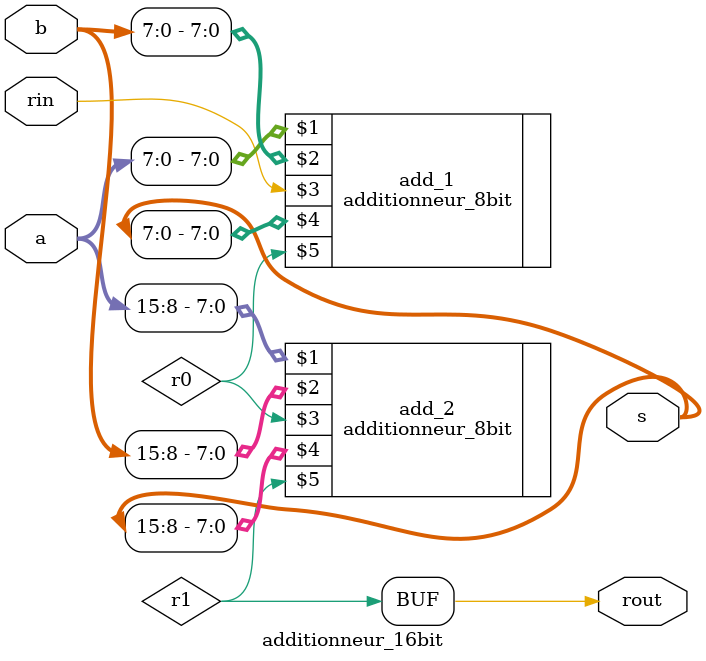
<source format=v>
`include "additionneur_8bit.v"

module additionneur_16bit (a, b, rin, s, rout);


    // Inputs
    input [15:0] a;
    input [15:0] b;
    input rin;
    // Outputs
    output [15:0] s;
    output rout;

    wire r0, r1;

    additionneur_8bit add_1(a[7:0], b[7:0], rin, s[7:0], r0);
    additionneur_8bit add_2(a[15:8], b[15:8], r0, s[15:8], r1);

    assign rout = r1;

endmodule
</source>
